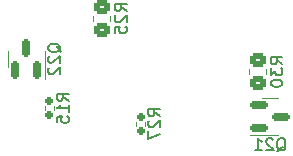
<source format=gbr>
%TF.GenerationSoftware,KiCad,Pcbnew,7.0.10*%
%TF.CreationDate,2024-07-06T13:40:55+02:00*%
%TF.ProjectId,OverlordDimmer,4f766572-6c6f-4726-9444-696d6d65722e,rev?*%
%TF.SameCoordinates,Original*%
%TF.FileFunction,Legend,Bot*%
%TF.FilePolarity,Positive*%
%FSLAX46Y46*%
G04 Gerber Fmt 4.6, Leading zero omitted, Abs format (unit mm)*
G04 Created by KiCad (PCBNEW 7.0.10) date 2024-07-06 13:40:55*
%MOMM*%
%LPD*%
G01*
G04 APERTURE LIST*
G04 Aperture macros list*
%AMRoundRect*
0 Rectangle with rounded corners*
0 $1 Rounding radius*
0 $2 $3 $4 $5 $6 $7 $8 $9 X,Y pos of 4 corners*
0 Add a 4 corners polygon primitive as box body*
4,1,4,$2,$3,$4,$5,$6,$7,$8,$9,$2,$3,0*
0 Add four circle primitives for the rounded corners*
1,1,$1+$1,$2,$3*
1,1,$1+$1,$4,$5*
1,1,$1+$1,$6,$7*
1,1,$1+$1,$8,$9*
0 Add four rect primitives between the rounded corners*
20,1,$1+$1,$2,$3,$4,$5,0*
20,1,$1+$1,$4,$5,$6,$7,0*
20,1,$1+$1,$6,$7,$8,$9,0*
20,1,$1+$1,$8,$9,$2,$3,0*%
G04 Aperture macros list end*
%ADD10C,0.150000*%
%ADD11C,0.120000*%
%ADD12R,1.600000X1.600000*%
%ADD13O,1.600000X1.600000*%
%ADD14R,2.000000X1.905000*%
%ADD15O,2.000000X1.905000*%
%ADD16R,1.700000X1.700000*%
%ADD17R,1.500000X1.050000*%
%ADD18O,1.500000X1.050000*%
%ADD19O,1.700000X1.700000*%
%ADD20R,1.200000X1.200000*%
%ADD21C,1.200000*%
%ADD22C,2.540000*%
%ADD23C,3.250000*%
%ADD24R,1.500000X1.500000*%
%ADD25C,1.500000*%
%ADD26C,2.300000*%
%ADD27C,1.600000*%
%ADD28C,3.500000*%
%ADD29C,1.700000*%
%ADD30RoundRect,0.160000X0.160000X-0.197500X0.160000X0.197500X-0.160000X0.197500X-0.160000X-0.197500X0*%
%ADD31RoundRect,0.250000X0.450000X-0.350000X0.450000X0.350000X-0.450000X0.350000X-0.450000X-0.350000X0*%
%ADD32RoundRect,0.150000X-0.587500X-0.150000X0.587500X-0.150000X0.587500X0.150000X-0.587500X0.150000X0*%
%ADD33RoundRect,0.150000X0.150000X-0.587500X0.150000X0.587500X-0.150000X0.587500X-0.150000X-0.587500X0*%
G04 APERTURE END LIST*
D10*
X66334819Y-105567142D02*
X65858628Y-105233809D01*
X66334819Y-104995714D02*
X65334819Y-104995714D01*
X65334819Y-104995714D02*
X65334819Y-105376666D01*
X65334819Y-105376666D02*
X65382438Y-105471904D01*
X65382438Y-105471904D02*
X65430057Y-105519523D01*
X65430057Y-105519523D02*
X65525295Y-105567142D01*
X65525295Y-105567142D02*
X65668152Y-105567142D01*
X65668152Y-105567142D02*
X65763390Y-105519523D01*
X65763390Y-105519523D02*
X65811009Y-105471904D01*
X65811009Y-105471904D02*
X65858628Y-105376666D01*
X65858628Y-105376666D02*
X65858628Y-104995714D01*
X65430057Y-105948095D02*
X65382438Y-105995714D01*
X65382438Y-105995714D02*
X65334819Y-106090952D01*
X65334819Y-106090952D02*
X65334819Y-106329047D01*
X65334819Y-106329047D02*
X65382438Y-106424285D01*
X65382438Y-106424285D02*
X65430057Y-106471904D01*
X65430057Y-106471904D02*
X65525295Y-106519523D01*
X65525295Y-106519523D02*
X65620533Y-106519523D01*
X65620533Y-106519523D02*
X65763390Y-106471904D01*
X65763390Y-106471904D02*
X66334819Y-105900476D01*
X66334819Y-105900476D02*
X66334819Y-106519523D01*
X65334819Y-106852857D02*
X65334819Y-107519523D01*
X65334819Y-107519523D02*
X66334819Y-107090952D01*
X63504819Y-96657142D02*
X63028628Y-96323809D01*
X63504819Y-96085714D02*
X62504819Y-96085714D01*
X62504819Y-96085714D02*
X62504819Y-96466666D01*
X62504819Y-96466666D02*
X62552438Y-96561904D01*
X62552438Y-96561904D02*
X62600057Y-96609523D01*
X62600057Y-96609523D02*
X62695295Y-96657142D01*
X62695295Y-96657142D02*
X62838152Y-96657142D01*
X62838152Y-96657142D02*
X62933390Y-96609523D01*
X62933390Y-96609523D02*
X62981009Y-96561904D01*
X62981009Y-96561904D02*
X63028628Y-96466666D01*
X63028628Y-96466666D02*
X63028628Y-96085714D01*
X62600057Y-97038095D02*
X62552438Y-97085714D01*
X62552438Y-97085714D02*
X62504819Y-97180952D01*
X62504819Y-97180952D02*
X62504819Y-97419047D01*
X62504819Y-97419047D02*
X62552438Y-97514285D01*
X62552438Y-97514285D02*
X62600057Y-97561904D01*
X62600057Y-97561904D02*
X62695295Y-97609523D01*
X62695295Y-97609523D02*
X62790533Y-97609523D01*
X62790533Y-97609523D02*
X62933390Y-97561904D01*
X62933390Y-97561904D02*
X63504819Y-96990476D01*
X63504819Y-96990476D02*
X63504819Y-97609523D01*
X62504819Y-98514285D02*
X62504819Y-98038095D01*
X62504819Y-98038095D02*
X62981009Y-97990476D01*
X62981009Y-97990476D02*
X62933390Y-98038095D01*
X62933390Y-98038095D02*
X62885771Y-98133333D01*
X62885771Y-98133333D02*
X62885771Y-98371428D01*
X62885771Y-98371428D02*
X62933390Y-98466666D01*
X62933390Y-98466666D02*
X62981009Y-98514285D01*
X62981009Y-98514285D02*
X63076247Y-98561904D01*
X63076247Y-98561904D02*
X63314342Y-98561904D01*
X63314342Y-98561904D02*
X63409580Y-98514285D01*
X63409580Y-98514285D02*
X63457200Y-98466666D01*
X63457200Y-98466666D02*
X63504819Y-98371428D01*
X63504819Y-98371428D02*
X63504819Y-98133333D01*
X63504819Y-98133333D02*
X63457200Y-98038095D01*
X63457200Y-98038095D02*
X63409580Y-97990476D01*
X58594819Y-104247142D02*
X58118628Y-103913809D01*
X58594819Y-103675714D02*
X57594819Y-103675714D01*
X57594819Y-103675714D02*
X57594819Y-104056666D01*
X57594819Y-104056666D02*
X57642438Y-104151904D01*
X57642438Y-104151904D02*
X57690057Y-104199523D01*
X57690057Y-104199523D02*
X57785295Y-104247142D01*
X57785295Y-104247142D02*
X57928152Y-104247142D01*
X57928152Y-104247142D02*
X58023390Y-104199523D01*
X58023390Y-104199523D02*
X58071009Y-104151904D01*
X58071009Y-104151904D02*
X58118628Y-104056666D01*
X58118628Y-104056666D02*
X58118628Y-103675714D01*
X58594819Y-105199523D02*
X58594819Y-104628095D01*
X58594819Y-104913809D02*
X57594819Y-104913809D01*
X57594819Y-104913809D02*
X57737676Y-104818571D01*
X57737676Y-104818571D02*
X57832914Y-104723333D01*
X57832914Y-104723333D02*
X57880533Y-104628095D01*
X57594819Y-106104285D02*
X57594819Y-105628095D01*
X57594819Y-105628095D02*
X58071009Y-105580476D01*
X58071009Y-105580476D02*
X58023390Y-105628095D01*
X58023390Y-105628095D02*
X57975771Y-105723333D01*
X57975771Y-105723333D02*
X57975771Y-105961428D01*
X57975771Y-105961428D02*
X58023390Y-106056666D01*
X58023390Y-106056666D02*
X58071009Y-106104285D01*
X58071009Y-106104285D02*
X58166247Y-106151904D01*
X58166247Y-106151904D02*
X58404342Y-106151904D01*
X58404342Y-106151904D02*
X58499580Y-106104285D01*
X58499580Y-106104285D02*
X58547200Y-106056666D01*
X58547200Y-106056666D02*
X58594819Y-105961428D01*
X58594819Y-105961428D02*
X58594819Y-105723333D01*
X58594819Y-105723333D02*
X58547200Y-105628095D01*
X58547200Y-105628095D02*
X58499580Y-105580476D01*
X76233928Y-108550057D02*
X76329166Y-108502438D01*
X76329166Y-108502438D02*
X76424404Y-108407200D01*
X76424404Y-108407200D02*
X76567261Y-108264342D01*
X76567261Y-108264342D02*
X76662499Y-108216723D01*
X76662499Y-108216723D02*
X76757737Y-108216723D01*
X76710118Y-108454819D02*
X76805356Y-108407200D01*
X76805356Y-108407200D02*
X76900594Y-108311961D01*
X76900594Y-108311961D02*
X76948213Y-108121485D01*
X76948213Y-108121485D02*
X76948213Y-107788152D01*
X76948213Y-107788152D02*
X76900594Y-107597676D01*
X76900594Y-107597676D02*
X76805356Y-107502438D01*
X76805356Y-107502438D02*
X76710118Y-107454819D01*
X76710118Y-107454819D02*
X76519642Y-107454819D01*
X76519642Y-107454819D02*
X76424404Y-107502438D01*
X76424404Y-107502438D02*
X76329166Y-107597676D01*
X76329166Y-107597676D02*
X76281547Y-107788152D01*
X76281547Y-107788152D02*
X76281547Y-108121485D01*
X76281547Y-108121485D02*
X76329166Y-108311961D01*
X76329166Y-108311961D02*
X76424404Y-108407200D01*
X76424404Y-108407200D02*
X76519642Y-108454819D01*
X76519642Y-108454819D02*
X76710118Y-108454819D01*
X75900594Y-107550057D02*
X75852975Y-107502438D01*
X75852975Y-107502438D02*
X75757737Y-107454819D01*
X75757737Y-107454819D02*
X75519642Y-107454819D01*
X75519642Y-107454819D02*
X75424404Y-107502438D01*
X75424404Y-107502438D02*
X75376785Y-107550057D01*
X75376785Y-107550057D02*
X75329166Y-107645295D01*
X75329166Y-107645295D02*
X75329166Y-107740533D01*
X75329166Y-107740533D02*
X75376785Y-107883390D01*
X75376785Y-107883390D02*
X75948213Y-108454819D01*
X75948213Y-108454819D02*
X75329166Y-108454819D01*
X74376785Y-108454819D02*
X74948213Y-108454819D01*
X74662499Y-108454819D02*
X74662499Y-107454819D01*
X74662499Y-107454819D02*
X74757737Y-107597676D01*
X74757737Y-107597676D02*
X74852975Y-107692914D01*
X74852975Y-107692914D02*
X74948213Y-107740533D01*
X57950057Y-100166071D02*
X57902438Y-100070833D01*
X57902438Y-100070833D02*
X57807200Y-99975595D01*
X57807200Y-99975595D02*
X57664342Y-99832738D01*
X57664342Y-99832738D02*
X57616723Y-99737500D01*
X57616723Y-99737500D02*
X57616723Y-99642262D01*
X57854819Y-99689881D02*
X57807200Y-99594643D01*
X57807200Y-99594643D02*
X57711961Y-99499405D01*
X57711961Y-99499405D02*
X57521485Y-99451786D01*
X57521485Y-99451786D02*
X57188152Y-99451786D01*
X57188152Y-99451786D02*
X56997676Y-99499405D01*
X56997676Y-99499405D02*
X56902438Y-99594643D01*
X56902438Y-99594643D02*
X56854819Y-99689881D01*
X56854819Y-99689881D02*
X56854819Y-99880357D01*
X56854819Y-99880357D02*
X56902438Y-99975595D01*
X56902438Y-99975595D02*
X56997676Y-100070833D01*
X56997676Y-100070833D02*
X57188152Y-100118452D01*
X57188152Y-100118452D02*
X57521485Y-100118452D01*
X57521485Y-100118452D02*
X57711961Y-100070833D01*
X57711961Y-100070833D02*
X57807200Y-99975595D01*
X57807200Y-99975595D02*
X57854819Y-99880357D01*
X57854819Y-99880357D02*
X57854819Y-99689881D01*
X56950057Y-100499405D02*
X56902438Y-100547024D01*
X56902438Y-100547024D02*
X56854819Y-100642262D01*
X56854819Y-100642262D02*
X56854819Y-100880357D01*
X56854819Y-100880357D02*
X56902438Y-100975595D01*
X56902438Y-100975595D02*
X56950057Y-101023214D01*
X56950057Y-101023214D02*
X57045295Y-101070833D01*
X57045295Y-101070833D02*
X57140533Y-101070833D01*
X57140533Y-101070833D02*
X57283390Y-101023214D01*
X57283390Y-101023214D02*
X57854819Y-100451786D01*
X57854819Y-100451786D02*
X57854819Y-101070833D01*
X56950057Y-101451786D02*
X56902438Y-101499405D01*
X56902438Y-101499405D02*
X56854819Y-101594643D01*
X56854819Y-101594643D02*
X56854819Y-101832738D01*
X56854819Y-101832738D02*
X56902438Y-101927976D01*
X56902438Y-101927976D02*
X56950057Y-101975595D01*
X56950057Y-101975595D02*
X57045295Y-102023214D01*
X57045295Y-102023214D02*
X57140533Y-102023214D01*
X57140533Y-102023214D02*
X57283390Y-101975595D01*
X57283390Y-101975595D02*
X57854819Y-101404167D01*
X57854819Y-101404167D02*
X57854819Y-102023214D01*
X76704819Y-101157142D02*
X76228628Y-100823809D01*
X76704819Y-100585714D02*
X75704819Y-100585714D01*
X75704819Y-100585714D02*
X75704819Y-100966666D01*
X75704819Y-100966666D02*
X75752438Y-101061904D01*
X75752438Y-101061904D02*
X75800057Y-101109523D01*
X75800057Y-101109523D02*
X75895295Y-101157142D01*
X75895295Y-101157142D02*
X76038152Y-101157142D01*
X76038152Y-101157142D02*
X76133390Y-101109523D01*
X76133390Y-101109523D02*
X76181009Y-101061904D01*
X76181009Y-101061904D02*
X76228628Y-100966666D01*
X76228628Y-100966666D02*
X76228628Y-100585714D01*
X75704819Y-101490476D02*
X75704819Y-102109523D01*
X75704819Y-102109523D02*
X76085771Y-101776190D01*
X76085771Y-101776190D02*
X76085771Y-101919047D01*
X76085771Y-101919047D02*
X76133390Y-102014285D01*
X76133390Y-102014285D02*
X76181009Y-102061904D01*
X76181009Y-102061904D02*
X76276247Y-102109523D01*
X76276247Y-102109523D02*
X76514342Y-102109523D01*
X76514342Y-102109523D02*
X76609580Y-102061904D01*
X76609580Y-102061904D02*
X76657200Y-102014285D01*
X76657200Y-102014285D02*
X76704819Y-101919047D01*
X76704819Y-101919047D02*
X76704819Y-101633333D01*
X76704819Y-101633333D02*
X76657200Y-101538095D01*
X76657200Y-101538095D02*
X76609580Y-101490476D01*
X75704819Y-102728571D02*
X75704819Y-102823809D01*
X75704819Y-102823809D02*
X75752438Y-102919047D01*
X75752438Y-102919047D02*
X75800057Y-102966666D01*
X75800057Y-102966666D02*
X75895295Y-103014285D01*
X75895295Y-103014285D02*
X76085771Y-103061904D01*
X76085771Y-103061904D02*
X76323866Y-103061904D01*
X76323866Y-103061904D02*
X76514342Y-103014285D01*
X76514342Y-103014285D02*
X76609580Y-102966666D01*
X76609580Y-102966666D02*
X76657200Y-102919047D01*
X76657200Y-102919047D02*
X76704819Y-102823809D01*
X76704819Y-102823809D02*
X76704819Y-102728571D01*
X76704819Y-102728571D02*
X76657200Y-102633333D01*
X76657200Y-102633333D02*
X76609580Y-102585714D01*
X76609580Y-102585714D02*
X76514342Y-102538095D01*
X76514342Y-102538095D02*
X76323866Y-102490476D01*
X76323866Y-102490476D02*
X76085771Y-102490476D01*
X76085771Y-102490476D02*
X75895295Y-102538095D01*
X75895295Y-102538095D02*
X75800057Y-102585714D01*
X75800057Y-102585714D02*
X75752438Y-102633333D01*
X75752438Y-102633333D02*
X75704819Y-102728571D01*
D11*
%TO.C,R27*%
X64330000Y-106377621D02*
X64330000Y-106042379D01*
X65090000Y-106377621D02*
X65090000Y-106042379D01*
%TO.C,R25*%
X60665000Y-97527064D02*
X60665000Y-97072936D01*
X62135000Y-97527064D02*
X62135000Y-97072936D01*
%TO.C,R15*%
X56590000Y-105057621D02*
X56590000Y-104722379D01*
X57350000Y-105057621D02*
X57350000Y-104722379D01*
%TO.C,Q21*%
X75662500Y-104040000D02*
X75012500Y-104040000D01*
X75662500Y-104040000D02*
X76312500Y-104040000D01*
X75662500Y-107160000D02*
X73987500Y-107160000D01*
X75662500Y-107160000D02*
X76312500Y-107160000D01*
%TO.C,Q22*%
X53440000Y-100737500D02*
X53440000Y-101387500D01*
X53440000Y-100737500D02*
X53440000Y-100087500D01*
X56560000Y-100737500D02*
X56560000Y-102412500D01*
X56560000Y-100737500D02*
X56560000Y-100087500D01*
%TO.C,R30*%
X73865000Y-102027064D02*
X73865000Y-101572936D01*
X75335000Y-102027064D02*
X75335000Y-101572936D01*
%TD*%
%LPC*%
D12*
%TO.C,U5*%
X76989445Y-71550000D03*
D13*
X79529445Y-71550000D03*
X82069445Y-71550000D03*
X82069445Y-63930000D03*
X79529445Y-63930000D03*
X76989445Y-63930000D03*
%TD*%
D14*
%TO.C,Q11*%
X42907361Y-49850000D03*
D15*
X42907361Y-47310000D03*
X42907361Y-44770000D03*
%TD*%
D16*
%TO.C,Dbg1*%
X101600000Y-83820000D03*
%TD*%
D17*
%TO.C,Q18*%
X77449444Y-54780000D03*
D18*
X77449444Y-56050000D03*
X77449444Y-57320000D03*
%TD*%
D16*
%TO.C,DbgCRX1*%
X142600000Y-106500000D03*
%TD*%
D17*
%TO.C,Q34*%
X137336249Y-54693809D03*
D18*
X137336249Y-55963809D03*
X137336249Y-57233809D03*
%TD*%
D16*
%TO.C,11*%
X64435000Y-91535000D03*
D19*
X61895000Y-91535000D03*
%TD*%
D17*
%TO.C,Q30*%
X101404166Y-54780000D03*
D18*
X101404166Y-56050000D03*
X101404166Y-57320000D03*
%TD*%
D16*
%TO.C,Dbg6*%
X127000000Y-83820000D03*
%TD*%
D12*
%TO.C,U10*%
X124898889Y-71550000D03*
D13*
X127438889Y-71550000D03*
X129978889Y-71550000D03*
X129978889Y-63930000D03*
X127438889Y-63930000D03*
X124898889Y-63930000D03*
%TD*%
D14*
%TO.C,Q42*%
X145226249Y-49763809D03*
D15*
X145226249Y-47223809D03*
X145226249Y-44683809D03*
%TD*%
D14*
%TO.C,Q20*%
X73362083Y-49850000D03*
D15*
X73362083Y-47310000D03*
X73362083Y-44770000D03*
%TD*%
D20*
%TO.C,C12*%
X153377401Y-29200000D03*
D21*
X154877401Y-29200000D03*
%TD*%
D17*
%TO.C,Q17*%
X84839445Y-57350000D03*
D18*
X84839445Y-56080000D03*
X84839445Y-54810000D03*
%TD*%
D12*
%TO.C,U2*%
X53034723Y-71550000D03*
D13*
X55574723Y-71550000D03*
X58114723Y-71550000D03*
X58114723Y-63930000D03*
X55574723Y-63930000D03*
X53034723Y-63930000D03*
%TD*%
D12*
%TO.C,D13*%
X155790000Y-33600000D03*
D13*
X163410000Y-33600000D03*
%TD*%
D22*
%TO.C,J1*%
X70220000Y-35450000D03*
X65140000Y-35450000D03*
X60060000Y-35450000D03*
X54980000Y-35450000D03*
X49900000Y-35450000D03*
X44820000Y-35450000D03*
X39740000Y-35450000D03*
X34660000Y-35450000D03*
X29580000Y-35450000D03*
%TD*%
D14*
%TO.C,Q14*%
X85339444Y-49850000D03*
D15*
X85339444Y-47310000D03*
X85339444Y-44770000D03*
%TD*%
D12*
%TO.C,U7*%
X112921528Y-71550000D03*
D13*
X115461528Y-71550000D03*
X118001528Y-71550000D03*
X118001528Y-63930000D03*
X115461528Y-63930000D03*
X112921528Y-63930000D03*
%TD*%
D17*
%TO.C,Q9*%
X48907362Y-57350000D03*
D18*
X48907362Y-56080000D03*
X48907362Y-54810000D03*
%TD*%
D16*
%TO.C,Dbg3V3*%
X53700000Y-79900000D03*
%TD*%
D17*
%TO.C,Q13*%
X72862084Y-57350000D03*
D18*
X72862084Y-56080000D03*
X72862084Y-54810000D03*
%TD*%
D17*
%TO.C,Q33*%
X120771528Y-57350000D03*
D18*
X120771528Y-56080000D03*
X120771528Y-54810000D03*
%TD*%
D23*
%TO.C,J3*%
X69540000Y-105310000D03*
X41090000Y-105310000D03*
D24*
X66750000Y-102770000D03*
D25*
X65734000Y-100990000D03*
X64718000Y-102770000D03*
X63702000Y-100990000D03*
X62686000Y-102770000D03*
X61670000Y-100990000D03*
X60654000Y-102770000D03*
X59638000Y-100990000D03*
X70050000Y-96170000D03*
X67760000Y-96170000D03*
X58620000Y-96170000D03*
X56330000Y-96170000D03*
X51000000Y-102770000D03*
X49984000Y-100990000D03*
X48968000Y-102770000D03*
X47952000Y-100990000D03*
X46936000Y-102770000D03*
X45920000Y-100990000D03*
X44904000Y-102770000D03*
X43888000Y-100990000D03*
X54300000Y-96170000D03*
X52010000Y-96170000D03*
X42870000Y-96170000D03*
X40580000Y-96170000D03*
D26*
X71320000Y-101880000D03*
X39320000Y-101880000D03*
%TD*%
D12*
%TO.C,D11*%
X148610000Y-31900000D03*
D13*
X140990000Y-31900000D03*
%TD*%
D14*
%TO.C,Q4*%
X37430000Y-49850000D03*
D15*
X37430000Y-47310000D03*
X37430000Y-44770000D03*
%TD*%
D12*
%TO.C,D10*%
X148610000Y-28800000D03*
D13*
X140990000Y-28800000D03*
%TD*%
D14*
%TO.C,Q32*%
X138726249Y-49763809D03*
D15*
X138726249Y-47223809D03*
X138726249Y-44683809D03*
%TD*%
D14*
%TO.C,Q28*%
X102794166Y-49850000D03*
D15*
X102794166Y-47310000D03*
X102794166Y-44770000D03*
%TD*%
D16*
%TO.C,Dbg9*%
X142240000Y-83820000D03*
%TD*%
D12*
%TO.C,U3*%
X41057362Y-71550000D03*
D13*
X43597362Y-71550000D03*
X46137362Y-71550000D03*
X46137362Y-63930000D03*
X43597362Y-63930000D03*
X41057362Y-63930000D03*
%TD*%
D16*
%TO.C,DbgGND1*%
X101075000Y-98515000D03*
%TD*%
D14*
%TO.C,Q40*%
X133248888Y-49850000D03*
D15*
X133248888Y-47310000D03*
X133248888Y-44770000D03*
%TD*%
D17*
%TO.C,Q31*%
X96816806Y-57350000D03*
D18*
X96816806Y-56080000D03*
X96816806Y-54810000D03*
%TD*%
D17*
%TO.C,Q38*%
X132748889Y-57350000D03*
D18*
X132748889Y-56080000D03*
X132748889Y-54810000D03*
%TD*%
D14*
%TO.C,Q24*%
X97316805Y-49850000D03*
D15*
X97316805Y-47310000D03*
X97316805Y-44770000D03*
%TD*%
D27*
%TO.C,C9*%
X135300000Y-31500000D03*
X137800000Y-31500000D03*
%TD*%
D14*
%TO.C,Q10*%
X49407361Y-49850000D03*
D15*
X49407361Y-47310000D03*
X49407361Y-44770000D03*
%TD*%
D17*
%TO.C,Q23*%
X113381527Y-54780000D03*
D18*
X113381527Y-56050000D03*
X113381527Y-57320000D03*
%TD*%
D16*
%TO.C,Dbg10*%
X147320000Y-83820000D03*
%TD*%
%TO.C,Dbg5V0*%
X151700000Y-97500000D03*
%TD*%
D28*
%TO.C,H1*%
X33960000Y-93450000D03*
%TD*%
D16*
%TO.C,Dbg7*%
X132080000Y-83820000D03*
%TD*%
D17*
%TO.C,Q2*%
X29540000Y-54780000D03*
D18*
X29540000Y-56050000D03*
X29540000Y-57320000D03*
%TD*%
D16*
%TO.C,J5*%
X90600000Y-95760000D03*
D29*
X88100000Y-95760000D03*
X88100000Y-97760000D03*
X90600000Y-97760000D03*
D28*
X95370000Y-100470000D03*
X83330000Y-100470000D03*
%TD*%
D12*
%TO.C,D12*%
X140940000Y-36030000D03*
D13*
X148560000Y-36030000D03*
%TD*%
D14*
%TO.C,Q25*%
X90816805Y-49850000D03*
D15*
X90816805Y-47310000D03*
X90816805Y-44770000D03*
%TD*%
D14*
%TO.C,Q5*%
X54884722Y-49850000D03*
D15*
X54884722Y-47310000D03*
X54884722Y-44770000D03*
%TD*%
D16*
%TO.C,Dbg4*%
X116840000Y-83820000D03*
%TD*%
%TO.C,DbgCTX1*%
X138700000Y-106500000D03*
%TD*%
D17*
%TO.C,Q29*%
X108794167Y-57350000D03*
D18*
X108794167Y-56080000D03*
X108794167Y-54810000D03*
%TD*%
D17*
%TO.C,Q26*%
X89426805Y-54780000D03*
D18*
X89426805Y-56050000D03*
X89426805Y-57320000D03*
%TD*%
D12*
%TO.C,U11*%
X136876250Y-71463809D03*
D13*
X139416250Y-71463809D03*
X141956250Y-71463809D03*
X141956250Y-63843809D03*
X139416250Y-63843809D03*
X136876250Y-63843809D03*
%TD*%
D12*
%TO.C,U12*%
X168500000Y-29575000D03*
D13*
X168500000Y-32115000D03*
X168500000Y-34655000D03*
X176120000Y-34655000D03*
X176120000Y-32115000D03*
X176120000Y-29575000D03*
%TD*%
D28*
%TO.C,H2*%
X171960000Y-43450000D03*
%TD*%
D16*
%TO.C,DbgEdge1*%
X165100000Y-37900000D03*
%TD*%
D14*
%TO.C,Q35*%
X114771527Y-49850000D03*
D15*
X114771527Y-47310000D03*
X114771527Y-44770000D03*
%TD*%
D12*
%TO.C,D16*%
X140940000Y-39030000D03*
D13*
X148560000Y-39030000D03*
%TD*%
D14*
%TO.C,Q27*%
X109294166Y-49850000D03*
D15*
X109294166Y-47310000D03*
X109294166Y-44770000D03*
%TD*%
D16*
%TO.C,Dbg5*%
X121920000Y-83820000D03*
%TD*%
D17*
%TO.C,Q7*%
X53494722Y-54780000D03*
D18*
X53494722Y-56050000D03*
X53494722Y-57320000D03*
%TD*%
D14*
%TO.C,Q19*%
X66862083Y-49850000D03*
D15*
X66862083Y-47310000D03*
X66862083Y-44770000D03*
%TD*%
D16*
%TO.C,Dbg3*%
X111760000Y-83820000D03*
%TD*%
D17*
%TO.C,Q41*%
X144726250Y-57263809D03*
D18*
X144726250Y-55993809D03*
X144726250Y-54723809D03*
%TD*%
D17*
%TO.C,Q3*%
X36930000Y-57350000D03*
D18*
X36930000Y-56080000D03*
X36930000Y-54810000D03*
%TD*%
D12*
%TO.C,U9*%
X100944167Y-71550000D03*
D13*
X103484167Y-71550000D03*
X106024167Y-71550000D03*
X106024167Y-63930000D03*
X103484167Y-63930000D03*
X100944167Y-63930000D03*
%TD*%
D16*
%TO.C,J2*%
X85500000Y-91700000D03*
D19*
X88040000Y-91700000D03*
X90580000Y-91700000D03*
X93120000Y-91700000D03*
%TD*%
D12*
%TO.C,U8*%
X88966806Y-71550000D03*
D13*
X91506806Y-71550000D03*
X94046806Y-71550000D03*
X94046806Y-63930000D03*
X91506806Y-63930000D03*
X88966806Y-63930000D03*
%TD*%
D16*
%TO.C,DbgUTX1*%
X101075000Y-102315000D03*
%TD*%
D14*
%TO.C,Q1*%
X30930000Y-49850000D03*
D15*
X30930000Y-47310000D03*
X30930000Y-44770000D03*
%TD*%
D17*
%TO.C,Q37*%
X125358888Y-54780000D03*
D18*
X125358888Y-56050000D03*
X125358888Y-57320000D03*
%TD*%
D16*
%TO.C,DbgURX1*%
X101075000Y-106065000D03*
%TD*%
D12*
%TO.C,U6*%
X65012084Y-71550000D03*
D13*
X67552084Y-71550000D03*
X70092084Y-71550000D03*
X70092084Y-63930000D03*
X67552084Y-63930000D03*
X65012084Y-63930000D03*
%TD*%
D16*
%TO.C,Dbg8*%
X137160000Y-83820000D03*
%TD*%
D27*
%TO.C,C4*%
X63935000Y-78935000D03*
X58935000Y-78935000D03*
%TD*%
D17*
%TO.C,Q15*%
X65472083Y-54780000D03*
D18*
X65472083Y-56050000D03*
X65472083Y-57320000D03*
%TD*%
D17*
%TO.C,Q8*%
X41517361Y-54780000D03*
D18*
X41517361Y-56050000D03*
X41517361Y-57320000D03*
%TD*%
D17*
%TO.C,Q6*%
X60884723Y-57350000D03*
D18*
X60884723Y-56080000D03*
X60884723Y-54810000D03*
%TD*%
D14*
%TO.C,Q12*%
X61384722Y-49850000D03*
D15*
X61384722Y-47310000D03*
X61384722Y-44770000D03*
%TD*%
D12*
%TO.C,U1*%
X29080000Y-71550000D03*
D13*
X31620000Y-71550000D03*
X34160000Y-71550000D03*
X34160000Y-63930000D03*
X31620000Y-63930000D03*
X29080000Y-63930000D03*
%TD*%
D14*
%TO.C,Q39*%
X126748888Y-49850000D03*
D15*
X126748888Y-47310000D03*
X126748888Y-44770000D03*
%TD*%
D22*
%TO.C,J4*%
X123220000Y-35450000D03*
X118140000Y-35450000D03*
X113060000Y-35450000D03*
X107980000Y-35450000D03*
X102900000Y-35450000D03*
X97820000Y-35450000D03*
X92740000Y-35450000D03*
X87660000Y-35450000D03*
X82580000Y-35450000D03*
%TD*%
D14*
%TO.C,Q16*%
X78839444Y-49850000D03*
D15*
X78839444Y-47310000D03*
X78839444Y-44770000D03*
%TD*%
D16*
%TO.C,ESP1*%
X177100000Y-93040000D03*
D19*
X177100000Y-90500000D03*
X177100000Y-87960000D03*
X177100000Y-85420000D03*
X177100000Y-82880000D03*
X177100000Y-80340000D03*
X177100000Y-77800000D03*
X177100000Y-75260000D03*
X177100000Y-72720000D03*
X177100000Y-70180000D03*
X177100000Y-67640000D03*
X177100000Y-65100000D03*
X177100000Y-62560000D03*
X177100000Y-60020000D03*
X177100000Y-57480000D03*
X177100000Y-54940000D03*
X177100000Y-52400000D03*
X177100000Y-49860000D03*
X177100000Y-47320000D03*
D16*
X151700000Y-93040000D03*
D19*
X151700000Y-90500000D03*
X151700000Y-87960000D03*
X151700000Y-85420000D03*
X151700000Y-82880000D03*
X151700000Y-80340000D03*
X151700000Y-77800000D03*
X151700000Y-75260000D03*
X151700000Y-72720000D03*
X151700000Y-70180000D03*
X151700000Y-67640000D03*
X151700000Y-65100000D03*
X151700000Y-62560000D03*
X151700000Y-60020000D03*
X151700000Y-57480000D03*
X151700000Y-54940000D03*
X151700000Y-52400000D03*
X151700000Y-49860000D03*
X151700000Y-47320000D03*
%TD*%
D16*
%TO.C,Dbg2*%
X106680000Y-83820000D03*
%TD*%
D14*
%TO.C,Q36*%
X121271527Y-49850000D03*
D15*
X121271527Y-47310000D03*
X121271527Y-44770000D03*
%TD*%
D30*
%TO.C,R27*%
X64710000Y-106807500D03*
X64710000Y-105612500D03*
%TD*%
D31*
%TO.C,R25*%
X61400000Y-98300000D03*
X61400000Y-96300000D03*
%TD*%
D30*
%TO.C,R15*%
X56970000Y-105487500D03*
X56970000Y-104292500D03*
%TD*%
D32*
%TO.C,Q21*%
X74725000Y-106550000D03*
X74725000Y-104650000D03*
X76600000Y-105600000D03*
%TD*%
D33*
%TO.C,Q22*%
X55950000Y-101675000D03*
X54050000Y-101675000D03*
X55000000Y-99800000D03*
%TD*%
D31*
%TO.C,R30*%
X74600000Y-102800000D03*
X74600000Y-100800000D03*
%TD*%
%LPD*%
M02*

</source>
